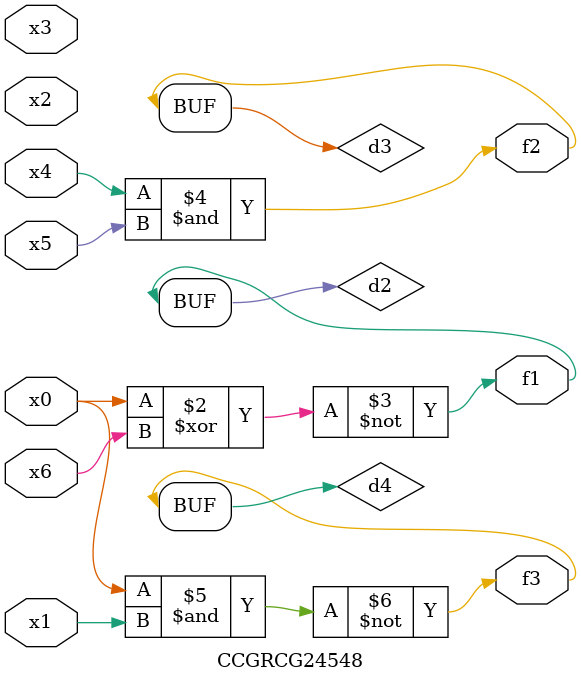
<source format=v>
module CCGRCG24548(
	input x0, x1, x2, x3, x4, x5, x6,
	output f1, f2, f3
);

	wire d1, d2, d3, d4;

	nor (d1, x0);
	xnor (d2, x0, x6);
	and (d3, x4, x5);
	nand (d4, x0, x1);
	assign f1 = d2;
	assign f2 = d3;
	assign f3 = d4;
endmodule

</source>
